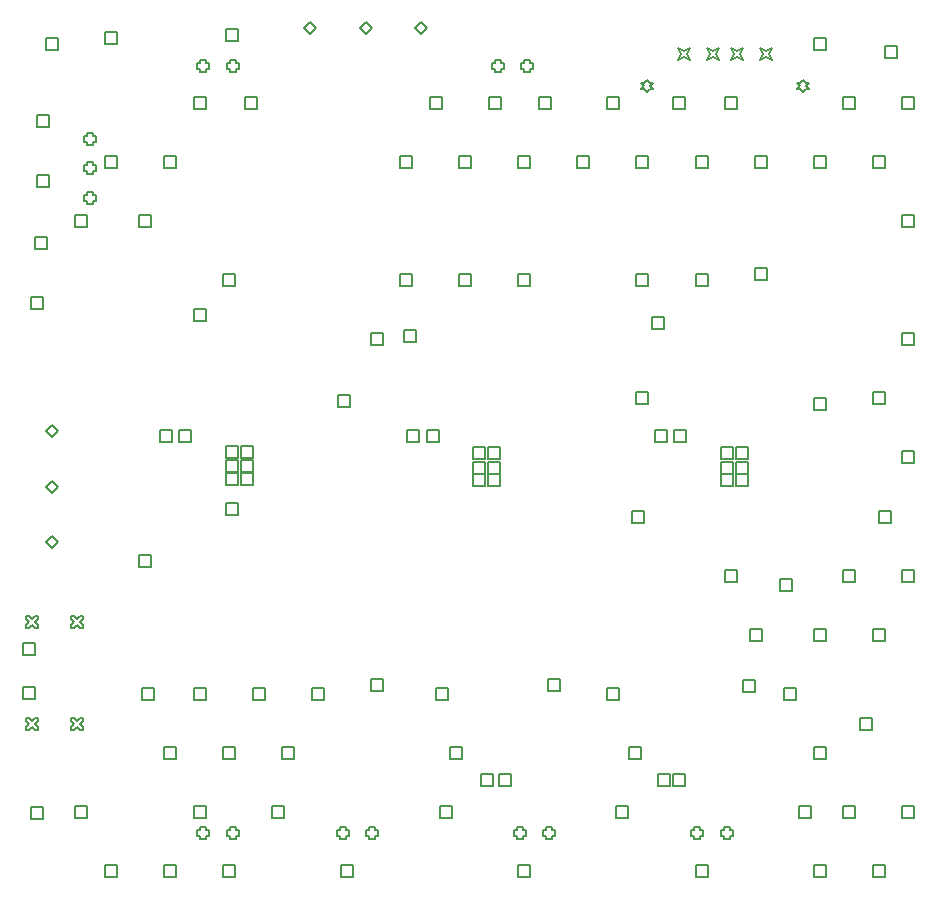
<source format=gbr>
%TF.GenerationSoftware,Altium Limited,Altium Designer,24.5.2 (23)*%
G04 Layer_Color=2752767*
%FSLAX45Y45*%
%MOMM*%
%TF.SameCoordinates,2470441B-8579-4349-B98B-18B4F8D42BC9*%
%TF.FilePolarity,Positive*%
%TF.FileFunction,Drawing*%
%TF.Part,Single*%
G01*
G75*
%TA.AperFunction,NonConductor*%
%ADD93C,0.12700*%
D93*
X6208733Y7322218D02*
X6234133Y7373018D01*
X6208733Y7423818D01*
X6259533Y7398418D01*
X6310333Y7423818D01*
X6284933Y7373018D01*
X6310333Y7322218D01*
X6259533Y7347618D01*
X6208733Y7322218D01*
X6008732D02*
X6034132Y7373018D01*
X6008732Y7423818D01*
X6059532Y7398418D01*
X6110332Y7423818D01*
X6084932Y7373018D01*
X6110332Y7322218D01*
X6059532Y7347618D01*
X6008732Y7322218D01*
X6458733D02*
X6484133Y7373018D01*
X6458733Y7423818D01*
X6509533Y7398418D01*
X6560333Y7423818D01*
X6534933Y7373018D01*
X6560333Y7322218D01*
X6509533Y7347618D01*
X6458733Y7322218D01*
X5758732D02*
X5784132Y7373018D01*
X5758732Y7423818D01*
X5809532Y7398418D01*
X5860332Y7423818D01*
X5834932Y7373018D01*
X5860332Y7322218D01*
X5809532Y7347618D01*
X5758732Y7322218D01*
X6816532Y7051218D02*
X6841932Y7076618D01*
X6867332D01*
X6841932Y7102018D01*
X6867332Y7127418D01*
X6841932D01*
X6816532Y7152818D01*
X6791132Y7127418D01*
X6765732D01*
X6791132Y7102018D01*
X6765732Y7076618D01*
X6791132D01*
X6816532Y7051218D01*
X5502533D02*
X5527933Y7076618D01*
X5553333D01*
X5527933Y7102018D01*
X5553333Y7127418D01*
X5527933D01*
X5502533Y7152818D01*
X5477133Y7127418D01*
X5451733D01*
X5477133Y7102018D01*
X5451733Y7076618D01*
X5477133D01*
X5502533Y7051218D01*
X2897099Y756500D02*
Y731100D01*
X2947899D01*
Y756500D01*
X2973299D01*
Y807300D01*
X2947899D01*
Y832700D01*
X2897099D01*
Y807300D01*
X2871699D01*
Y756500D01*
X2897099D01*
X3147099D02*
Y731100D01*
X3197899D01*
Y756500D01*
X3223299D01*
Y807300D01*
X3197899D01*
Y832700D01*
X3147099D01*
Y807300D01*
X3121699D01*
Y756500D01*
X3147099D01*
X5897099D02*
Y731100D01*
X5947899D01*
Y756500D01*
X5973299D01*
Y807300D01*
X5947899D01*
Y832700D01*
X5897099D01*
Y807300D01*
X5871699D01*
Y756500D01*
X5897099D01*
X6147099D02*
Y731100D01*
X6197899D01*
Y756500D01*
X6223299D01*
Y807300D01*
X6197899D01*
Y832700D01*
X6147099D01*
Y807300D01*
X6121699D01*
Y756500D01*
X6147099D01*
X4397099D02*
Y731100D01*
X4447899D01*
Y756500D01*
X4473299D01*
Y807300D01*
X4447899D01*
Y832700D01*
X4397099D01*
Y807300D01*
X4371699D01*
Y756500D01*
X4397099D01*
X4647099D02*
Y731100D01*
X4697899D01*
Y756500D01*
X4723299D01*
Y807300D01*
X4697899D01*
Y832700D01*
X4647099D01*
Y807300D01*
X4621699D01*
Y756500D01*
X4647099D01*
X406400Y3242664D02*
X457200Y3293464D01*
X508000Y3242664D01*
X457200Y3191864D01*
X406400Y3242664D01*
Y3712664D02*
X457200Y3763464D01*
X508000Y3712664D01*
X457200Y3661864D01*
X406400Y3712664D01*
Y4182664D02*
X457200Y4233464D01*
X508000Y4182664D01*
X457200Y4131864D01*
X406400Y4182664D01*
X617500Y2514800D02*
X642900D01*
X668300Y2540200D01*
X693700Y2514800D01*
X719100D01*
Y2540200D01*
X693700Y2565600D01*
X719100Y2591000D01*
Y2616400D01*
X693700D01*
X668300Y2591000D01*
X642900Y2616400D01*
X617500D01*
Y2591000D01*
X642900Y2565600D01*
X617500Y2540200D01*
Y2514800D01*
Y1650800D02*
X642900D01*
X668300Y1676200D01*
X693700Y1650800D01*
X719100D01*
Y1676200D01*
X693700Y1701600D01*
X719100Y1727000D01*
Y1752400D01*
X693700D01*
X668300Y1727000D01*
X642900Y1752400D01*
X617500D01*
Y1727000D01*
X642900Y1701600D01*
X617500Y1676200D01*
Y1650800D01*
X237500Y2514800D02*
X262900D01*
X288300Y2540200D01*
X313700Y2514800D01*
X339100D01*
Y2540200D01*
X313700Y2565600D01*
X339100Y2591000D01*
Y2616400D01*
X313700D01*
X288300Y2591000D01*
X262900Y2616400D01*
X237500D01*
Y2591000D01*
X262900Y2565600D01*
X237500Y2540200D01*
Y2514800D01*
Y1650800D02*
X262900D01*
X288300Y1676200D01*
X313700Y1650800D01*
X339100D01*
Y1676200D01*
X313700Y1701600D01*
X339100Y1727000D01*
Y1752400D01*
X313700D01*
X288300Y1727000D01*
X262900Y1752400D01*
X237500D01*
Y1727000D01*
X262900Y1701600D01*
X237500Y1676200D01*
Y1650800D01*
X2595226Y7594600D02*
X2646026Y7645400D01*
X2696826Y7594600D01*
X2646026Y7543800D01*
X2595226Y7594600D01*
X3065226D02*
X3116026Y7645400D01*
X3166826Y7594600D01*
X3116026Y7543800D01*
X3065226Y7594600D01*
X3535226D02*
X3586026Y7645400D01*
X3636826Y7594600D01*
X3586026Y7543800D01*
X3535226Y7594600D01*
X1967300Y756500D02*
Y731100D01*
X2018100D01*
Y756500D01*
X2043500D01*
Y807300D01*
X2018100D01*
Y832700D01*
X1967300D01*
Y807300D01*
X1941900D01*
Y756500D01*
X1967300D01*
X1717300D02*
Y731100D01*
X1768100D01*
Y756500D01*
X1793500D01*
Y807300D01*
X1768100D01*
Y832700D01*
X1717300D01*
Y807300D01*
X1691900D01*
Y756500D01*
X1717300D01*
X4207700Y7246700D02*
Y7221300D01*
X4258500D01*
Y7246700D01*
X4283900D01*
Y7297500D01*
X4258500D01*
Y7322900D01*
X4207700D01*
Y7297500D01*
X4182300D01*
Y7246700D01*
X4207700D01*
X4457700D02*
Y7221300D01*
X4508500D01*
Y7246700D01*
X4533900D01*
Y7297500D01*
X4508500D01*
Y7322900D01*
X4457700D01*
Y7297500D01*
X4432300D01*
Y7246700D01*
X4457700D01*
X1717300D02*
Y7221300D01*
X1768100D01*
Y7246700D01*
X1793500D01*
Y7297500D01*
X1768100D01*
Y7322900D01*
X1717300D01*
Y7297500D01*
X1691900D01*
Y7246700D01*
X1717300D01*
X1967300D02*
Y7221300D01*
X2018100D01*
Y7246700D01*
X2043500D01*
Y7297500D01*
X2018100D01*
Y7322900D01*
X1967300D01*
Y7297500D01*
X1941900D01*
Y7246700D01*
X1967300D01*
X756500Y6632700D02*
Y6607300D01*
X807300D01*
Y6632700D01*
X832700D01*
Y6683500D01*
X807300D01*
Y6708900D01*
X756500D01*
Y6683500D01*
X731100D01*
Y6632700D01*
X756500D01*
Y6382700D02*
Y6357300D01*
X807300D01*
Y6382700D01*
X832700D01*
Y6433500D01*
X807300D01*
Y6458900D01*
X756500D01*
Y6433500D01*
X731100D01*
Y6382700D01*
X756500D01*
Y6132700D02*
Y6107300D01*
X807300D01*
Y6132700D01*
X832700D01*
Y6183500D01*
X807300D01*
Y6208900D01*
X756500D01*
Y6183500D01*
X731100D01*
Y6132700D01*
X756500D01*
X7510800Y7345700D02*
Y7447300D01*
X7612400D01*
Y7345700D01*
X7510800D01*
X7659200Y6909200D02*
Y7010800D01*
X7760800D01*
Y6909200D01*
X7659200D01*
X7409200Y6409200D02*
Y6510800D01*
X7510800D01*
Y6409200D01*
X7409200D01*
X7659200Y5909200D02*
Y6010800D01*
X7760800D01*
Y5909200D01*
X7659200D01*
Y4909200D02*
Y5010800D01*
X7760800D01*
Y4909200D01*
X7659200D01*
X7409200Y4409200D02*
Y4510800D01*
X7510800D01*
Y4409200D01*
X7409200D01*
X7659200Y3909200D02*
Y4010800D01*
X7760800D01*
Y3909200D01*
X7659200D01*
X7460000Y3409200D02*
Y3510800D01*
X7561600D01*
Y3409200D01*
X7460000D01*
X7659200Y2909200D02*
Y3010800D01*
X7760800D01*
Y2909200D01*
X7659200D01*
X7409200Y2409200D02*
Y2510800D01*
X7510800D01*
Y2409200D01*
X7409200D01*
X7659200Y909200D02*
Y1010800D01*
X7760800D01*
Y909200D01*
X7659200D01*
X7409200Y409200D02*
Y510800D01*
X7510800D01*
Y409200D01*
X7409200D01*
X6909200Y7409200D02*
Y7510800D01*
X7010800D01*
Y7409200D01*
X6909200D01*
X7159200Y6909200D02*
Y7010800D01*
X7260800D01*
Y6909200D01*
X7159200D01*
X6909200Y6409200D02*
Y6510800D01*
X7010800D01*
Y6409200D01*
X6909200D01*
Y4358400D02*
Y4460000D01*
X7010800D01*
Y4358400D01*
X6909200D01*
X7159200Y2909200D02*
Y3010800D01*
X7260800D01*
Y2909200D01*
X7159200D01*
X6909200Y2409200D02*
Y2510800D01*
X7010800D01*
Y2409200D01*
X6909200D01*
Y1409200D02*
Y1510800D01*
X7010800D01*
Y1409200D01*
X6909200D01*
X7159200Y909200D02*
Y1010800D01*
X7260800D01*
Y909200D01*
X7159200D01*
X6909200Y409200D02*
Y510800D01*
X7010800D01*
Y409200D01*
X6909200D01*
X6409200Y6409200D02*
Y6510800D01*
X6510800D01*
Y6409200D01*
X6409200D01*
Y5460000D02*
Y5561600D01*
X6510800D01*
Y5460000D01*
X6409200D01*
X6621100Y2833000D02*
Y2934600D01*
X6722700D01*
Y2833000D01*
X6621100D01*
X6371100Y2409200D02*
Y2510800D01*
X6472700D01*
Y2409200D01*
X6371100D01*
X6659200Y1909200D02*
Y2010800D01*
X6760800D01*
Y1909200D01*
X6659200D01*
X6786200Y909200D02*
Y1010800D01*
X6887800D01*
Y909200D01*
X6786200D01*
X6159200Y6909200D02*
Y7010800D01*
X6260800D01*
Y6909200D01*
X6159200D01*
X5909200Y6409200D02*
Y6510800D01*
X6010800D01*
Y6409200D01*
X5909200D01*
Y5409200D02*
Y5510800D01*
X6010800D01*
Y5409200D01*
X5909200D01*
X6159200Y2909200D02*
Y3010800D01*
X6260800D01*
Y2909200D01*
X6159200D01*
X6311600Y1972700D02*
Y2074300D01*
X6413200D01*
Y1972700D01*
X6311600D01*
X5909200Y409200D02*
Y510800D01*
X6010800D01*
Y409200D01*
X5909200D01*
X5722700Y6909200D02*
Y7010800D01*
X5824300D01*
Y6909200D01*
X5722700D01*
X5409200Y6409200D02*
Y6510800D01*
X5510800D01*
Y6409200D01*
X5409200D01*
Y5409200D02*
Y5510800D01*
X5510800D01*
Y5409200D01*
X5409200D01*
X5544900Y5048900D02*
Y5150500D01*
X5646500D01*
Y5048900D01*
X5544900D01*
X5409200Y4409200D02*
Y4510800D01*
X5510800D01*
Y4409200D01*
X5409200D01*
X5371100Y3409200D02*
Y3510800D01*
X5472700D01*
Y3409200D01*
X5371100D01*
X5345700Y1409200D02*
Y1510800D01*
X5447300D01*
Y1409200D01*
X5345700D01*
X5159200Y6909200D02*
Y7010800D01*
X5260800D01*
Y6909200D01*
X5159200D01*
X4909200Y6409200D02*
Y6510800D01*
X5010800D01*
Y6409200D01*
X4909200D01*
X5159200Y1909200D02*
Y2010800D01*
X5260800D01*
Y1909200D01*
X5159200D01*
X5235400Y909200D02*
Y1010800D01*
X5337000D01*
Y909200D01*
X5235400D01*
X4583000Y6909200D02*
Y7010800D01*
X4684600D01*
Y6909200D01*
X4583000D01*
X4409200Y6409200D02*
Y6510800D01*
X4510800D01*
Y6409200D01*
X4409200D01*
Y5409200D02*
Y5510800D01*
X4510800D01*
Y5409200D01*
X4409200D01*
X4659200Y1985400D02*
Y2087000D01*
X4760800D01*
Y1985400D01*
X4659200D01*
X4409200Y409200D02*
Y510800D01*
X4510800D01*
Y409200D01*
X4409200D01*
X4159200Y6909200D02*
Y7010800D01*
X4260800D01*
Y6909200D01*
X4159200D01*
X3909200Y6409200D02*
Y6510800D01*
X4010800D01*
Y6409200D01*
X3909200D01*
Y5409200D02*
Y5510800D01*
X4010800D01*
Y5409200D01*
X3909200D01*
X3833000Y1409200D02*
Y1510800D01*
X3934600D01*
Y1409200D01*
X3833000D01*
X3659200Y6909200D02*
Y7010800D01*
X3760800D01*
Y6909200D01*
X3659200D01*
X3409200Y6409200D02*
Y6510800D01*
X3510800D01*
Y6409200D01*
X3409200D01*
Y5409200D02*
Y5510800D01*
X3510800D01*
Y5409200D01*
X3409200D01*
X3443300Y4934600D02*
Y5036200D01*
X3544900D01*
Y4934600D01*
X3443300D01*
X3710000Y1909200D02*
Y2010800D01*
X3811600D01*
Y1909200D01*
X3710000D01*
X3748100Y909200D02*
Y1010800D01*
X3849700D01*
Y909200D01*
X3748100D01*
X3159200Y4909200D02*
Y5010800D01*
X3260800D01*
Y4909200D01*
X3159200D01*
X2883800Y4383800D02*
Y4485400D01*
X2985400D01*
Y4383800D01*
X2883800D01*
X3159200Y1985400D02*
Y2087000D01*
X3260800D01*
Y1985400D01*
X3159200D01*
X2909200Y409200D02*
Y510800D01*
X3010800D01*
Y409200D01*
X2909200D01*
X2659200Y1909200D02*
Y2010800D01*
X2760800D01*
Y1909200D01*
X2659200D01*
X2409200Y1409200D02*
Y1510800D01*
X2510800D01*
Y1409200D01*
X2409200D01*
X1934600Y7485400D02*
Y7587000D01*
X2036200D01*
Y7485400D01*
X1934600D01*
X2095700Y6909200D02*
Y7010800D01*
X2197300D01*
Y6909200D01*
X2095700D01*
X1909200Y5409200D02*
Y5510800D01*
X2010800D01*
Y5409200D01*
X1909200D01*
X1934600Y3472700D02*
Y3574300D01*
X2036200D01*
Y3472700D01*
X1934600D01*
X2159200Y1909200D02*
Y2010800D01*
X2260800D01*
Y1909200D01*
X2159200D01*
X1909200Y1409200D02*
Y1510800D01*
X2010800D01*
Y1409200D01*
X1909200D01*
X2324300Y909200D02*
Y1010800D01*
X2425900D01*
Y909200D01*
X2324300D01*
X1909200Y409200D02*
Y510800D01*
X2010800D01*
Y409200D01*
X1909200D01*
X1659200Y6909200D02*
Y7010800D01*
X1760800D01*
Y6909200D01*
X1659200D01*
X1409200Y6409200D02*
Y6510800D01*
X1510800D01*
Y6409200D01*
X1409200D01*
X1659200Y5112400D02*
Y5214000D01*
X1760800D01*
Y5112400D01*
X1659200D01*
Y1909200D02*
Y2010800D01*
X1760800D01*
Y1909200D01*
X1659200D01*
X1409200Y1409200D02*
Y1510800D01*
X1510800D01*
Y1409200D01*
X1409200D01*
X1659200Y909200D02*
Y1010800D01*
X1760800D01*
Y909200D01*
X1659200D01*
X1409200Y409200D02*
Y510800D01*
X1510800D01*
Y409200D01*
X1409200D01*
X909200Y7460000D02*
Y7561600D01*
X1010800D01*
Y7460000D01*
X909200D01*
Y6409200D02*
Y6510800D01*
X1010800D01*
Y6409200D01*
X909200D01*
X1197300Y5909200D02*
Y6010800D01*
X1298900D01*
Y5909200D01*
X1197300D01*
Y3036200D02*
Y3137800D01*
X1298900D01*
Y3036200D01*
X1197300D01*
X1222700Y1909200D02*
Y2010800D01*
X1324300D01*
Y1909200D01*
X1222700D01*
X909200Y409200D02*
Y510800D01*
X1010800D01*
Y409200D01*
X909200D01*
X409200Y7409200D02*
Y7510800D01*
X510800D01*
Y7409200D01*
X409200D01*
X659200Y5909200D02*
Y6010800D01*
X760800D01*
Y5909200D01*
X659200D01*
Y909200D02*
Y1010800D01*
X760800D01*
Y909200D01*
X659200D01*
X6121400Y3944300D02*
Y4045900D01*
X6223000D01*
Y3944300D01*
X6121400D01*
X6248400D02*
Y4045900D01*
X6350000D01*
Y3944300D01*
X6248400D01*
Y3715700D02*
Y3817300D01*
X6350000D01*
Y3715700D01*
X6248400D01*
X6121400D02*
Y3817300D01*
X6223000D01*
Y3715700D01*
X6121400D01*
Y3822700D02*
Y3924300D01*
X6223000D01*
Y3822700D01*
X6121400D01*
X6248400D02*
Y3924300D01*
X6350000D01*
Y3822700D01*
X6248400D01*
X4025900Y3944300D02*
Y4045900D01*
X4127500D01*
Y3944300D01*
X4025900D01*
X4152900Y3822700D02*
Y3924300D01*
X4254500D01*
Y3822700D01*
X4152900D01*
X4025900Y3715700D02*
Y3817300D01*
X4127500D01*
Y3715700D01*
X4025900D01*
X4152900D02*
Y3817300D01*
X4254500D01*
Y3715700D01*
X4152900D01*
Y3944300D02*
Y4045900D01*
X4254500D01*
Y3944300D01*
X4152900D01*
X4025900Y3822700D02*
Y3924300D01*
X4127500D01*
Y3822700D01*
X4025900D01*
X2057400Y3835400D02*
Y3937000D01*
X2159000D01*
Y3835400D01*
X2057400D01*
X1930400D02*
Y3937000D01*
X2032000D01*
Y3835400D01*
X1930400D01*
Y3728400D02*
Y3830000D01*
X2032000D01*
Y3728400D01*
X1930400D01*
X2057400D02*
Y3830000D01*
X2159000D01*
Y3728400D01*
X2057400D01*
X7302500Y1651000D02*
Y1752600D01*
X7404100D01*
Y1651000D01*
X7302500D01*
X330200Y6756400D02*
Y6858000D01*
X431800D01*
Y6756400D01*
X330200D01*
X279400Y901700D02*
Y1003300D01*
X381000D01*
Y901700D01*
X279400D01*
X215900Y1917700D02*
Y2019300D01*
X317500D01*
Y1917700D01*
X215900D01*
Y2286000D02*
Y2387600D01*
X317500D01*
Y2286000D01*
X215900D01*
X279400Y5219700D02*
Y5321300D01*
X381000D01*
Y5219700D01*
X279400D01*
X317500Y5727700D02*
Y5829300D01*
X419100D01*
Y5727700D01*
X317500D01*
X330200Y6248400D02*
Y6350000D01*
X431800D01*
Y6248400D01*
X330200D01*
X5715000Y1181100D02*
Y1282700D01*
X5816600D01*
Y1181100D01*
X5715000D01*
X5588000D02*
Y1282700D01*
X5689600D01*
Y1181100D01*
X5588000D01*
X4241800D02*
Y1282700D01*
X4343400D01*
Y1181100D01*
X4241800D01*
X4089400D02*
Y1282700D01*
X4191000D01*
Y1181100D01*
X4089400D01*
X5727700Y4089400D02*
Y4191000D01*
X5829300D01*
Y4089400D01*
X5727700D01*
X5562600D02*
Y4191000D01*
X5664200D01*
Y4089400D01*
X5562600D01*
X3632200D02*
Y4191000D01*
X3733800D01*
Y4089400D01*
X3632200D01*
X3467100D02*
Y4191000D01*
X3568700D01*
Y4089400D01*
X3467100D01*
X1371600D02*
Y4191000D01*
X1473200D01*
Y4089400D01*
X1371600D01*
X1536700D02*
Y4191000D01*
X1638300D01*
Y4089400D01*
X1536700D01*
X2057400Y3957000D02*
Y4058600D01*
X2159000D01*
Y3957000D01*
X2057400D01*
X1930400D02*
Y4058600D01*
X2032000D01*
Y3957000D01*
X1930400D01*
%TF.MD5,1face050e834f1c1b61c24854b3a4213*%
M02*

</source>
